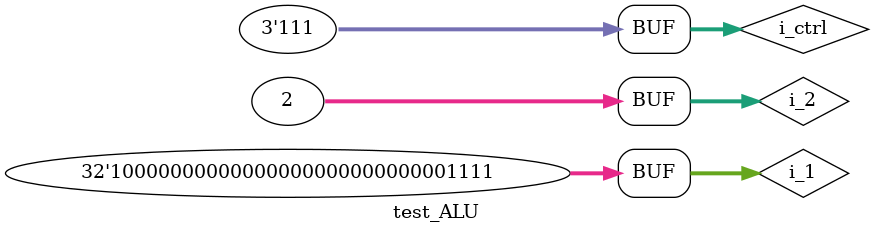
<source format=v>

module test_ALU();
  reg [31:0] i_1, i_2;
  reg [2:0] i_ctrl;
  wire [31:0] o_1;
  wire o_zero, o_neg, o_negU;

  ALU ALU(i_1, i_2, i_ctrl,
          o_1, o_zero, o_neg, o_negU);

  initial begin
    $monitor("%b : %b %b => %b [z:%b][ng:%b][nU:%b]",
              i_ctrl, i_1, i_2, o_1, o_zero, o_neg, o_negU);
  end

  initial begin
    #1
      i_ctrl = 3'b000; // Add signed
      i_1 = 2;
      i_2 = 2;
    #1
      i_ctrl = 3'b001; // Sub signed
      i_1 = 128;
      i_2 = 2;
    #1
      i_ctrl = 3'b010; // And
      i_1 = 127;
      i_2 = 2;
    #1
      i_ctrl = 3'b011; // Or
      i_1 = 128;
      i_2 = 2;
    #1
      i_ctrl = 3'b100; // Xor
      i_1 = 32'b0000_0000_0000_0000_0000_0000_0000_0110;
      i_2 = 32'b0000_0000_0000_0000_0000_0000_0000_1010;
    #1
      i_ctrl = 3'b101; // Sift right arith.
      i_1 = 32'b1000_0000_0000_0000_0000_0000_0000_1111;
      i_2 = 32'b0000_0000_0000_0000_0000_0000_0000_0010;
    #1
      i_ctrl = 3'b110; // Sift right logic
      i_1 = 32'b1000_0000_0000_0000_0000_0000_0000_1111;
      i_2 = 32'b0000_0000_0000_0000_0000_0000_0000_0010;
    #1
      i_ctrl = 3'b111; // Sift left logic
      i_1 = 32'b1000_0000_0000_0000_0000_0000_0000_1111;
      i_2 = 32'b0000_0000_0000_0000_0000_0000_0000_0010;
  end

endmodule
</source>
